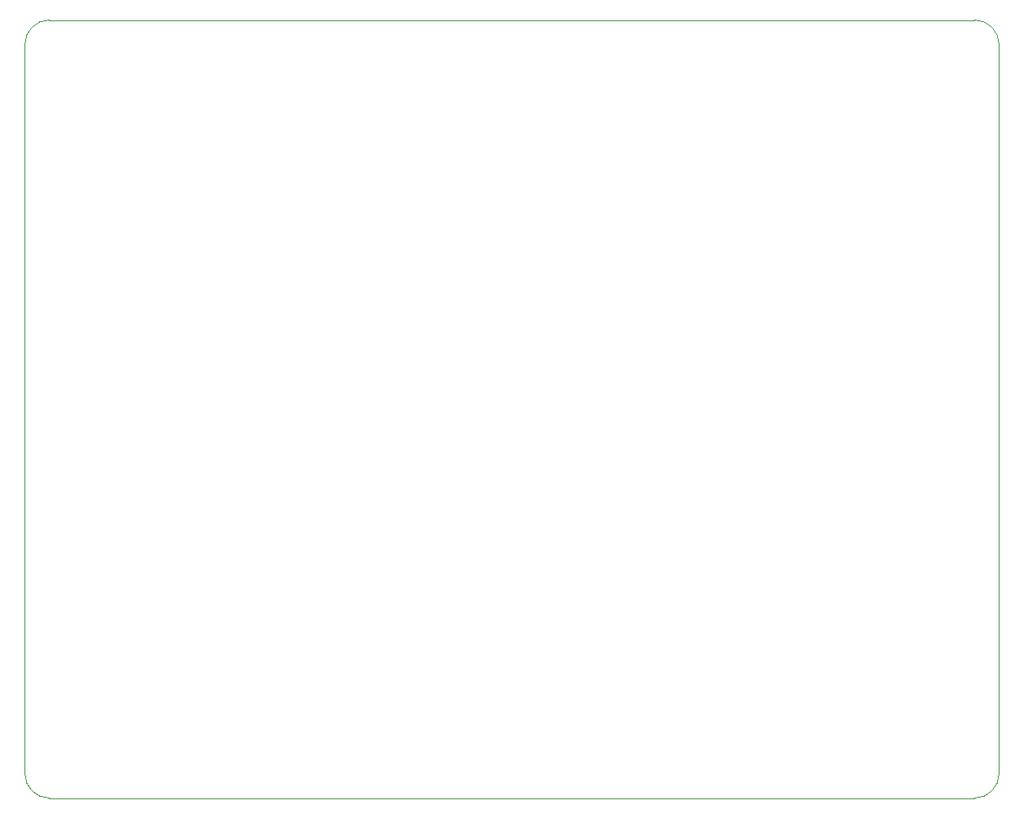
<source format=gm1>
G04 #@! TF.GenerationSoftware,KiCad,Pcbnew,8.0.3*
G04 #@! TF.CreationDate,2025-03-10T19:13:12+09:00*
G04 #@! TF.ProjectId,F767ZI_MB_V1.3,46373637-5a49-45f4-9d42-5f56312e332e,rev?*
G04 #@! TF.SameCoordinates,Original*
G04 #@! TF.FileFunction,Profile,NP*
%FSLAX46Y46*%
G04 Gerber Fmt 4.6, Leading zero omitted, Abs format (unit mm)*
G04 Created by KiCad (PCBNEW 8.0.3) date 2025-03-10 19:13:12*
%MOMM*%
%LPD*%
G01*
G04 APERTURE LIST*
G04 #@! TA.AperFunction,Profile*
%ADD10C,0.100000*%
G04 #@! TD*
G04 APERTURE END LIST*
D10*
X167640000Y-140726000D02*
X172212000Y-140726000D01*
X73660000Y-137160000D02*
X73660000Y-138186000D01*
X76200000Y-140726000D02*
G75*
G02*
X73660000Y-138186000I0J2540000D01*
G01*
X174752000Y-137160000D02*
X174752000Y-138186000D01*
X73660000Y-137160000D02*
X73660000Y-63500000D01*
X167640000Y-59954000D02*
X76200000Y-59954000D01*
X172212000Y-59954000D02*
X167640000Y-59954000D01*
X73660000Y-62494000D02*
X73660000Y-63500000D01*
X172212000Y-59954000D02*
G75*
G02*
X174752000Y-62494000I0J-2540000D01*
G01*
X73660000Y-62494000D02*
G75*
G02*
X76200000Y-59954000I2540000J0D01*
G01*
X174752000Y-62494000D02*
X174752000Y-63500000D01*
X174752000Y-63500000D02*
X174752000Y-137160000D01*
X174752000Y-138186000D02*
G75*
G02*
X172212000Y-140726000I-2540000J0D01*
G01*
X167640000Y-140726000D02*
X76200000Y-140726000D01*
M02*

</source>
